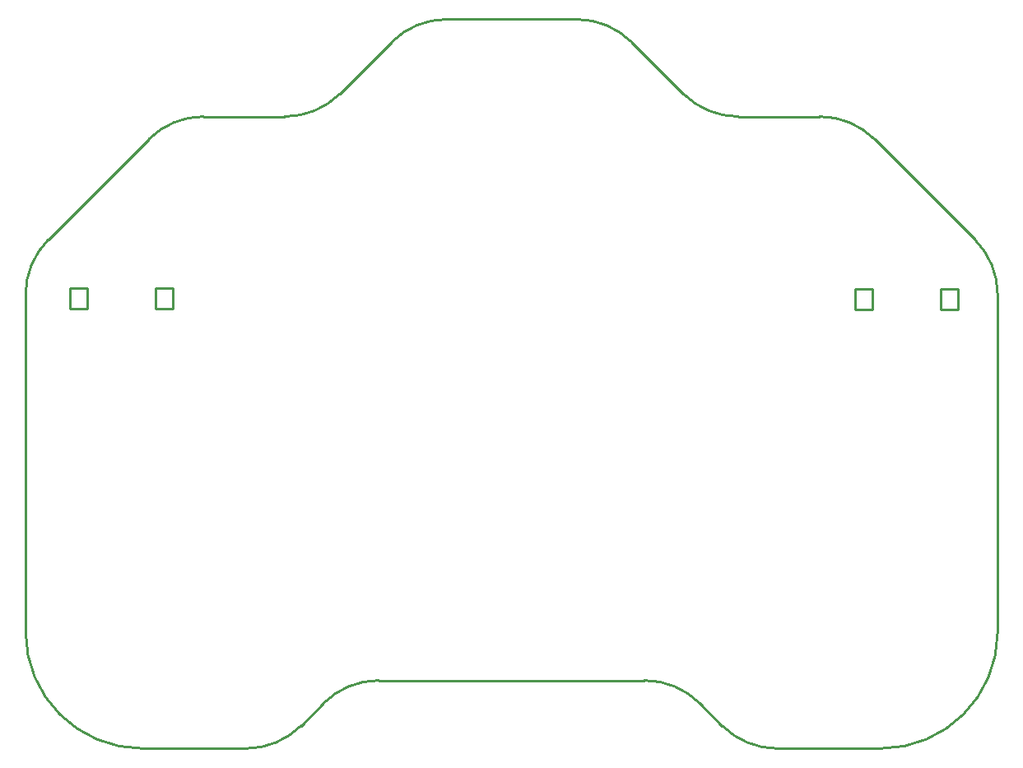
<source format=gko>
G04 Layer: BoardOutlineLayer*
G04 EasyEDA v6.5.23, 2023-02-02 22:02:21*
G04 32823ceedc35475fa8f26cd2c4d51936,8932fd0543d740e3b58317cc2374636b,10*
G04 Gerber Generator version 0.2*
G04 Scale: 100 percent, Rotated: No, Reflected: No *
G04 Dimensions in millimeters *
G04 leading zeros omitted , absolute positions ,4 integer and 5 decimal *
%FSLAX45Y45*%
%MOMM*%

%ADD10C,0.2540*%
D10*
X-606226Y4442294D02*
G01*
X731032Y4442294D01*
X-1306228Y-2357704D02*
G01*
X1431030Y-2357704D01*
X-1871911Y-2592021D02*
G01*
X-2103282Y-2823387D01*
X-3106221Y3442294D02*
G01*
X-2268964Y3442294D01*
X-1703280Y3676611D02*
G01*
X-1171910Y4207977D01*
X-3671912Y3207984D02*
G01*
X-4703284Y2176609D01*
X-4937597Y-1857705D02*
G01*
X-4937597Y1610921D01*
X-3737594Y-3057705D02*
G01*
X-2668965Y-3057705D01*
X1996721Y-2592021D02*
G01*
X2228093Y-2823387D01*
X3231034Y3442294D02*
G01*
X2393777Y3442294D01*
X1828086Y3676611D02*
G01*
X1296720Y4207977D01*
X3796718Y3207984D02*
G01*
X4828090Y2176609D01*
X5062407Y-1857705D02*
G01*
X5062407Y1610921D01*
X3862405Y-3057705D02*
G01*
X2793776Y-3057705D01*
G75*
G01*
X1996719Y-2592019D02*
G03*
X1431033Y-2357704I-565686J-565686D01*
G75*
G01*
X3862405Y-3057705D02*
G03*
X5062405Y-1857705I0J1200000D01*
G75*
G01*
X5062405Y1610924D02*
G03*
X4828090Y2176610I-800001J0D01*
G75*
G01*
X1296718Y4207980D02*
G03*
X731032Y4442295I-565686J-565686D01*
G75*
G01*
X3796718Y3207982D02*
G03*
X3231032Y3442294I-565683J-565689D01*
G75*
G01*
X1828089Y3676609D02*
G03*
X2393775Y3442294I565686J565686D01*
G75*
G01*
X2228091Y-2823390D02*
G03*
X2793774Y-3057705I565686J565686D01*
G75*
G01*
X-1306225Y-2357704D02*
G03*
X-1871911Y-2592019I0J-800001D01*
G75*
G01*
X-4937595Y-1857705D02*
G03*
X-3737595Y-3057705I1200000J0D01*
G75*
G01*
X-4703282Y2176610D02*
G03*
X-4937595Y1610924I565688J-565684D01*
G75*
G01*
X-606224Y4442295D02*
G03*
X-1171910Y4207980I0J-800001D01*
G75*
G01*
X-3106224Y3442294D02*
G03*
X-3671910Y3207982I-3J-800001D01*
G75*
G01*
X-2268967Y3442294D02*
G03*
X-1703281Y3676609I0J800001D01*
G75*
G01*
X-2668966Y-3057705D02*
G03*
X-2103280Y-2823390I0J800001D01*
X-4482503Y1468724D02*
G01*
X-4482503Y1678724D01*
X-4302503Y1678724D01*
X-4302503Y1468724D01*
X-4482503Y1468724D01*
X-3423323Y1467904D02*
G01*
X-3603322Y1467904D01*
X-3603322Y1677903D01*
X-3423323Y1677903D01*
X-3423323Y1467904D01*
X3594696Y1456024D02*
G01*
X3594696Y1666024D01*
X3774696Y1666024D01*
X3774696Y1456024D01*
X3594696Y1456024D01*
X4653876Y1455204D02*
G01*
X4473877Y1455204D01*
X4473877Y1665203D01*
X4653876Y1665203D01*
X4653876Y1455204D01*

%LPD*%
M02*

</source>
